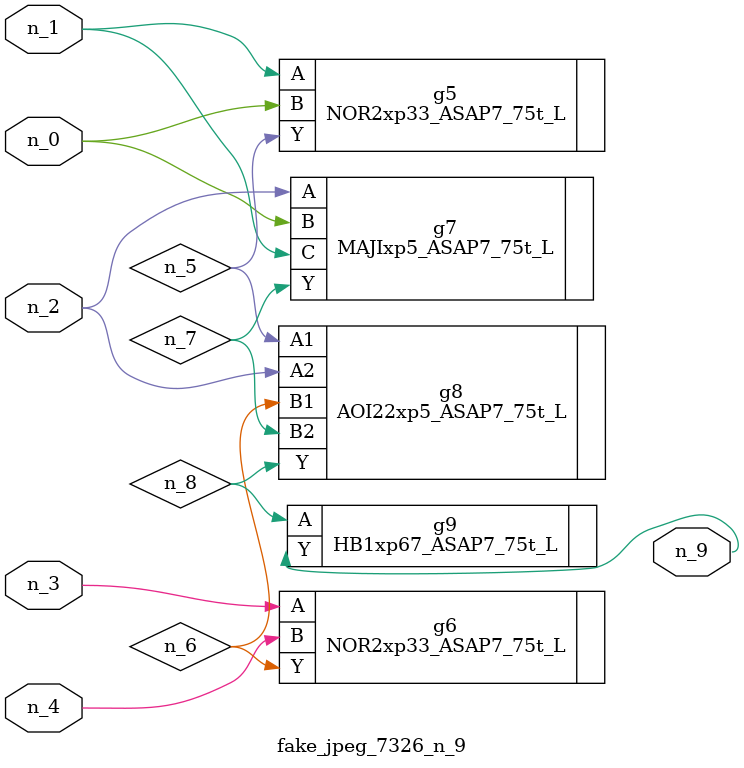
<source format=v>
module fake_jpeg_7326_n_9 (n_3, n_2, n_1, n_0, n_4, n_9);

input n_3;
input n_2;
input n_1;
input n_0;
input n_4;

output n_9;

wire n_8;
wire n_6;
wire n_5;
wire n_7;

NOR2xp33_ASAP7_75t_L g5 ( 
.A(n_1),
.B(n_0),
.Y(n_5)
);

NOR2xp33_ASAP7_75t_L g6 ( 
.A(n_3),
.B(n_4),
.Y(n_6)
);

MAJIxp5_ASAP7_75t_L g7 ( 
.A(n_2),
.B(n_0),
.C(n_1),
.Y(n_7)
);

AOI22xp5_ASAP7_75t_L g8 ( 
.A1(n_5),
.A2(n_2),
.B1(n_6),
.B2(n_7),
.Y(n_8)
);

HB1xp67_ASAP7_75t_L g9 ( 
.A(n_8),
.Y(n_9)
);


endmodule
</source>
